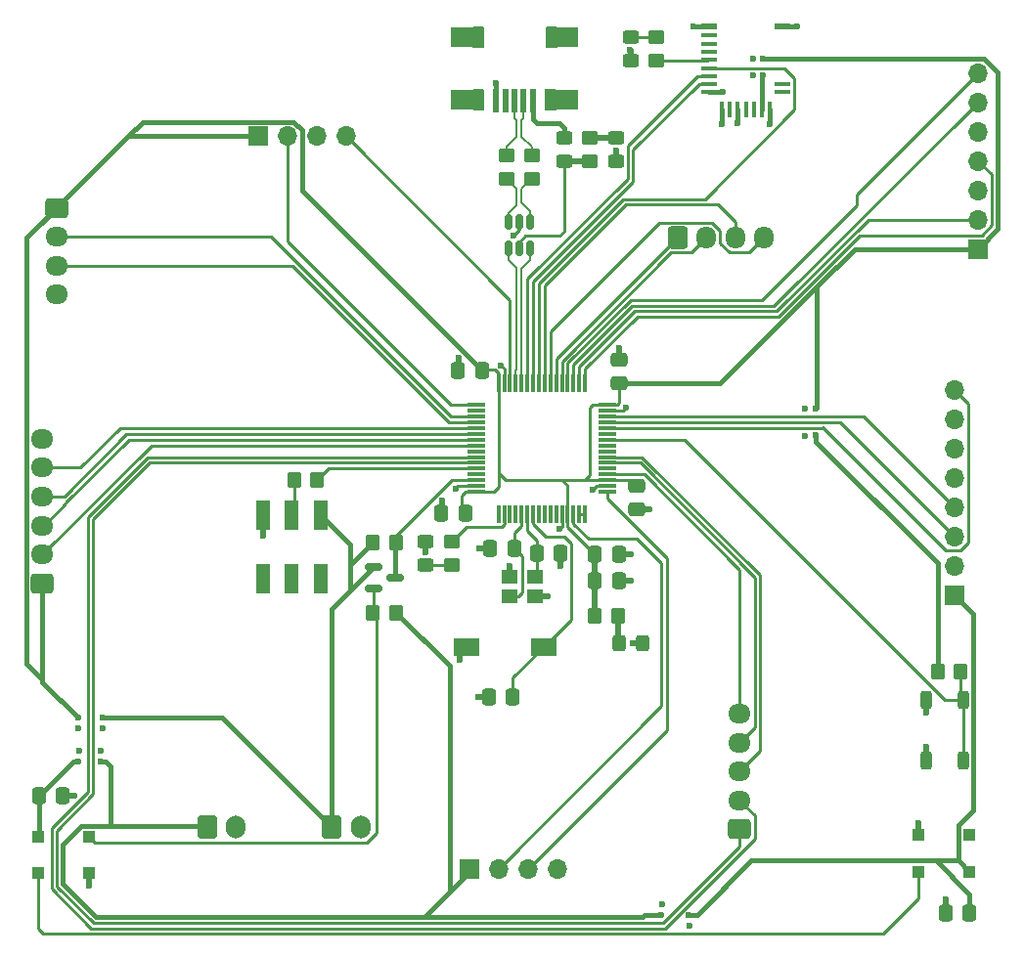
<source format=gbr>
%TF.GenerationSoftware,KiCad,Pcbnew,9.0.1*%
%TF.CreationDate,2025-05-06T13:11:29-06:00*%
%TF.ProjectId,2025_04_STM32F103_RobotBrain,32303235-5f30-4345-9f53-544d33324631,rev?*%
%TF.SameCoordinates,Original*%
%TF.FileFunction,Copper,L1,Top*%
%TF.FilePolarity,Positive*%
%FSLAX46Y46*%
G04 Gerber Fmt 4.6, Leading zero omitted, Abs format (unit mm)*
G04 Created by KiCad (PCBNEW 9.0.1) date 2025-05-06 13:11:29*
%MOMM*%
%LPD*%
G01*
G04 APERTURE LIST*
G04 Aperture macros list*
%AMRoundRect*
0 Rectangle with rounded corners*
0 $1 Rounding radius*
0 $2 $3 $4 $5 $6 $7 $8 $9 X,Y pos of 4 corners*
0 Add a 4 corners polygon primitive as box body*
4,1,4,$2,$3,$4,$5,$6,$7,$8,$9,$2,$3,0*
0 Add four circle primitives for the rounded corners*
1,1,$1+$1,$2,$3*
1,1,$1+$1,$4,$5*
1,1,$1+$1,$6,$7*
1,1,$1+$1,$8,$9*
0 Add four rect primitives between the rounded corners*
20,1,$1+$1,$2,$3,$4,$5,0*
20,1,$1+$1,$4,$5,$6,$7,0*
20,1,$1+$1,$6,$7,$8,$9,0*
20,1,$1+$1,$8,$9,$2,$3,0*%
G04 Aperture macros list end*
%TA.AperFunction,SMDPad,CuDef*%
%ADD10RoundRect,0.250000X-0.450000X0.350000X-0.450000X-0.350000X0.450000X-0.350000X0.450000X0.350000X0*%
%TD*%
%TA.AperFunction,SMDPad,CuDef*%
%ADD11RoundRect,0.075000X0.075000X-0.700000X0.075000X0.700000X-0.075000X0.700000X-0.075000X-0.700000X0*%
%TD*%
%TA.AperFunction,SMDPad,CuDef*%
%ADD12RoundRect,0.075000X0.700000X-0.075000X0.700000X0.075000X-0.700000X0.075000X-0.700000X-0.075000X0*%
%TD*%
%TA.AperFunction,SMDPad,CuDef*%
%ADD13RoundRect,0.250000X0.350000X0.450000X-0.350000X0.450000X-0.350000X-0.450000X0.350000X-0.450000X0*%
%TD*%
%TA.AperFunction,SMDPad,CuDef*%
%ADD14RoundRect,0.250000X0.450000X-0.350000X0.450000X0.350000X-0.450000X0.350000X-0.450000X-0.350000X0*%
%TD*%
%TA.AperFunction,SMDPad,CuDef*%
%ADD15RoundRect,0.250000X-0.337500X-0.475000X0.337500X-0.475000X0.337500X0.475000X-0.337500X0.475000X0*%
%TD*%
%TA.AperFunction,ComponentPad*%
%ADD16RoundRect,0.250000X-0.600000X-0.750000X0.600000X-0.750000X0.600000X0.750000X-0.600000X0.750000X0*%
%TD*%
%TA.AperFunction,ComponentPad*%
%ADD17O,1.700000X2.000000*%
%TD*%
%TA.AperFunction,ComponentPad*%
%ADD18R,1.700000X1.700000*%
%TD*%
%TA.AperFunction,ComponentPad*%
%ADD19O,1.700000X1.700000*%
%TD*%
%TA.AperFunction,ComponentPad*%
%ADD20RoundRect,0.250000X0.725000X-0.600000X0.725000X0.600000X-0.725000X0.600000X-0.725000X-0.600000X0*%
%TD*%
%TA.AperFunction,ComponentPad*%
%ADD21O,1.950000X1.700000*%
%TD*%
%TA.AperFunction,SMDPad,CuDef*%
%ADD22RoundRect,0.250000X0.450000X-0.325000X0.450000X0.325000X-0.450000X0.325000X-0.450000X-0.325000X0*%
%TD*%
%TA.AperFunction,SMDPad,CuDef*%
%ADD23RoundRect,0.150000X-0.587500X-0.150000X0.587500X-0.150000X0.587500X0.150000X-0.587500X0.150000X0*%
%TD*%
%TA.AperFunction,SMDPad,CuDef*%
%ADD24RoundRect,0.250000X-0.450000X0.325000X-0.450000X-0.325000X0.450000X-0.325000X0.450000X0.325000X0*%
%TD*%
%TA.AperFunction,SMDPad,CuDef*%
%ADD25RoundRect,0.250000X-0.350000X-0.450000X0.350000X-0.450000X0.350000X0.450000X-0.350000X0.450000X0*%
%TD*%
%TA.AperFunction,SMDPad,CuDef*%
%ADD26R,1.000000X1.000000*%
%TD*%
%TA.AperFunction,SMDPad,CuDef*%
%ADD27RoundRect,0.250000X0.337500X0.475000X-0.337500X0.475000X-0.337500X-0.475000X0.337500X-0.475000X0*%
%TD*%
%TA.AperFunction,ComponentPad*%
%ADD28RoundRect,0.250000X-0.725000X0.600000X-0.725000X-0.600000X0.725000X-0.600000X0.725000X0.600000X0*%
%TD*%
%TA.AperFunction,SMDPad,CuDef*%
%ADD29R,1.400000X0.600000*%
%TD*%
%TA.AperFunction,SMDPad,CuDef*%
%ADD30R,1.400000X0.400000*%
%TD*%
%TA.AperFunction,SMDPad,CuDef*%
%ADD31R,0.400000X1.400000*%
%TD*%
%TA.AperFunction,SMDPad,CuDef*%
%ADD32RoundRect,0.250000X-0.475000X0.337500X-0.475000X-0.337500X0.475000X-0.337500X0.475000X0.337500X0*%
%TD*%
%TA.AperFunction,SMDPad,CuDef*%
%ADD33RoundRect,0.150000X-0.150000X0.512500X-0.150000X-0.512500X0.150000X-0.512500X0.150000X0.512500X0*%
%TD*%
%TA.AperFunction,ComponentPad*%
%ADD34RoundRect,0.250000X-0.600000X-0.725000X0.600000X-0.725000X0.600000X0.725000X-0.600000X0.725000X0*%
%TD*%
%TA.AperFunction,ComponentPad*%
%ADD35O,1.700000X1.950000*%
%TD*%
%TA.AperFunction,SMDPad,CuDef*%
%ADD36R,1.400000X1.200000*%
%TD*%
%TA.AperFunction,SMDPad,CuDef*%
%ADD37R,2.300000X1.500000*%
%TD*%
%TA.AperFunction,SMDPad,CuDef*%
%ADD38RoundRect,0.250000X0.325000X0.450000X-0.325000X0.450000X-0.325000X-0.450000X0.325000X-0.450000X0*%
%TD*%
%TA.AperFunction,SMDPad,CuDef*%
%ADD39RoundRect,0.250000X0.475000X-0.337500X0.475000X0.337500X-0.475000X0.337500X-0.475000X-0.337500X0*%
%TD*%
%TA.AperFunction,SMDPad,CuDef*%
%ADD40RoundRect,0.250000X-0.250000X0.525000X-0.250000X-0.525000X0.250000X-0.525000X0.250000X0.525000X0*%
%TD*%
%TA.AperFunction,SMDPad,CuDef*%
%ADD41R,1.200000X2.500000*%
%TD*%
%TA.AperFunction,SMDPad,CuDef*%
%ADD42R,0.500000X2.000000*%
%TD*%
%TA.AperFunction,SMDPad,CuDef*%
%ADD43R,2.000000X1.700000*%
%TD*%
%TA.AperFunction,ViaPad*%
%ADD44C,0.600000*%
%TD*%
%TA.AperFunction,Conductor*%
%ADD45C,0.381000*%
%TD*%
%TA.AperFunction,Conductor*%
%ADD46C,0.254000*%
%TD*%
%TA.AperFunction,Conductor*%
%ADD47C,0.508000*%
%TD*%
%TA.AperFunction,Conductor*%
%ADD48C,0.200000*%
%TD*%
G04 APERTURE END LIST*
D10*
%TO.P,R2,1*%
%TO.N,/D+*%
X137680000Y-41715000D03*
%TO.P,R2,2*%
%TO.N,/USB_CONN_D+*%
X137680000Y-43715000D03*
%TD*%
D11*
%TO.P,U1,1,VBAT*%
%TO.N,unconnected-(U1-VBAT-Pad1)*%
X136990000Y-72760000D03*
%TO.P,U1,2,PC13*%
%TO.N,/USER_LED*%
X137490000Y-72760000D03*
%TO.P,U1,3,PC14*%
%TO.N,unconnected-(U1-PC14-Pad3)*%
X137990000Y-72760000D03*
%TO.P,U1,4,PC15*%
%TO.N,unconnected-(U1-PC15-Pad4)*%
X138490000Y-72760000D03*
%TO.P,U1,5,RCC_OSC_IN*%
%TO.N,/OSC_IN*%
X138990000Y-72760000D03*
%TO.P,U1,6,RCC_OSC_OUT*%
%TO.N,/OSC_OUT*%
X139490000Y-72760000D03*
%TO.P,U1,7,NRST*%
%TO.N,/RESET*%
X139990000Y-72760000D03*
%TO.P,U1,8,PC0*%
%TO.N,unconnected-(U1-PC0-Pad8)*%
X140490000Y-72760000D03*
%TO.P,U1,9,PC1*%
%TO.N,unconnected-(U1-PC1-Pad9)*%
X140990000Y-72760000D03*
%TO.P,U1,10,PC2*%
%TO.N,unconnected-(U1-PC2-Pad10)*%
X141490000Y-72760000D03*
%TO.P,U1,11,PC3*%
%TO.N,unconnected-(U1-PC3-Pad11)*%
X141990000Y-72760000D03*
%TO.P,U1,12,VSSA*%
%TO.N,GND*%
X142490000Y-72760000D03*
%TO.P,U1,13,VDDA*%
%TO.N,+3V3*%
X142990000Y-72760000D03*
%TO.P,U1,14,PA0*%
%TO.N,/ULTRA_TRIG*%
X143490000Y-72760000D03*
%TO.P,U1,15,PA1*%
%TO.N,Net-(U1-PA1)*%
X143990000Y-72760000D03*
%TO.P,U1,16,PA2*%
X144490000Y-72760000D03*
D12*
%TO.P,U1,17,PA3*%
%TO.N,/ULTRA_ECHO*%
X146415000Y-70835000D03*
%TO.P,U1,18,VSS*%
%TO.N,GND*%
X146415000Y-70335000D03*
%TO.P,U1,19,VDD*%
%TO.N,+3V3*%
X146415000Y-69835000D03*
%TO.P,U1,20,PA4*%
%TO.N,/PWR_ADC*%
X146415000Y-69335000D03*
%TO.P,U1,21,PA5*%
%TO.N,unconnected-(U1-PA5-Pad21)*%
X146415000Y-68835000D03*
%TO.P,U1,22,PA6*%
%TO.N,/E1B*%
X146415000Y-68335000D03*
%TO.P,U1,23,PA7*%
%TO.N,/E1A*%
X146415000Y-67835000D03*
%TO.P,U1,24,PC4*%
%TO.N,unconnected-(U1-PC4-Pad24)*%
X146415000Y-67335000D03*
%TO.P,U1,25,PC5*%
%TO.N,unconnected-(U1-PC5-Pad25)*%
X146415000Y-66835000D03*
%TO.P,U1,26,PB0*%
%TO.N,/uBUTTON*%
X146415000Y-66335000D03*
%TO.P,U1,27,PB1*%
%TO.N,unconnected-(U1-PB1-Pad27)*%
X146415000Y-65835000D03*
%TO.P,U1,28,PB2*%
%TO.N,/IMU_INT*%
X146415000Y-65335000D03*
%TO.P,U1,29,PB10*%
%TO.N,/IMU_I2C_SCL*%
X146415000Y-64835000D03*
%TO.P,U1,30,PB11*%
%TO.N,/IMU_I2C_SDA*%
X146415000Y-64335000D03*
%TO.P,U1,31,VSS*%
%TO.N,GND*%
X146415000Y-63835000D03*
%TO.P,U1,32,VDD*%
%TO.N,+3V3*%
X146415000Y-63335000D03*
D11*
%TO.P,U1,33,PB12*%
%TO.N,/PS2_CS*%
X144490000Y-61410000D03*
%TO.P,U1,34,PB13*%
%TO.N,/PS2_SCK*%
X143990000Y-61410000D03*
%TO.P,U1,35,PB14*%
%TO.N,/PS2_MISO*%
X143490000Y-61410000D03*
%TO.P,U1,36,PB15*%
%TO.N,/PS2_MOSI*%
X142990000Y-61410000D03*
%TO.P,U1,37,PC6*%
%TO.N,/AN1*%
X142490000Y-61410000D03*
%TO.P,U1,38,PC7*%
%TO.N,/AN2*%
X141990000Y-61410000D03*
%TO.P,U1,39,PC8*%
%TO.N,/BN1*%
X141490000Y-61410000D03*
%TO.P,U1,40,PC9*%
%TO.N,/BN2*%
X140990000Y-61410000D03*
%TO.P,U1,41,PA8*%
%TO.N,/BL_WAKEUP*%
X140490000Y-61410000D03*
%TO.P,U1,42,PA9*%
%TO.N,/BL_RX*%
X139990000Y-61410000D03*
%TO.P,U1,43,PA10*%
%TO.N,/BL_TX*%
X139490000Y-61410000D03*
%TO.P,U1,44,USB_DM*%
%TO.N,/USB_D-*%
X138990000Y-61410000D03*
%TO.P,U1,45,USB_DP*%
%TO.N,/USB_D+*%
X138490000Y-61410000D03*
%TO.P,U1,46,SYS_JTMS-SWDIO*%
%TO.N,/SWDIO*%
X137990000Y-61410000D03*
%TO.P,U1,47,VSS*%
%TO.N,GND*%
X137490000Y-61410000D03*
%TO.P,U1,48,VDD*%
%TO.N,+3V3*%
X136990000Y-61410000D03*
D12*
%TO.P,U1,49,SYS_JTCK-SWCLK*%
%TO.N,/SWCLK*%
X135065000Y-63335000D03*
%TO.P,U1,50,PA15*%
%TO.N,unconnected-(U1-PA15-Pad50)*%
X135065000Y-63835000D03*
%TO.P,U1,51,PC10*%
%TO.N,/USER_TX*%
X135065000Y-64335000D03*
%TO.P,U1,52,PC11*%
%TO.N,/USER_RX*%
X135065000Y-64835000D03*
%TO.P,U1,53,PC12*%
%TO.N,/X4*%
X135065000Y-65335000D03*
%TO.P,U1,54,PD2*%
%TO.N,/X3*%
X135065000Y-65835000D03*
%TO.P,U1,55,PB3*%
%TO.N,/X2*%
X135065000Y-66335000D03*
%TO.P,U1,56,PB4*%
%TO.N,/X1*%
X135065000Y-66835000D03*
%TO.P,U1,57,PB5*%
%TO.N,unconnected-(U1-PB5-Pad57)*%
X135065000Y-67335000D03*
%TO.P,U1,58,PB6*%
%TO.N,/E2B*%
X135065000Y-67835000D03*
%TO.P,U1,59,PB7*%
%TO.N,/E2A*%
X135065000Y-68335000D03*
%TO.P,U1,60,BOOT0*%
%TO.N,/BOOT*%
X135065000Y-68835000D03*
%TO.P,U1,61,PB8*%
%TO.N,unconnected-(U1-PB8-Pad61)*%
X135065000Y-69335000D03*
%TO.P,U1,62,PB9*%
%TO.N,/RGB_DIN*%
X135065000Y-69835000D03*
%TO.P,U1,63,VSS*%
%TO.N,GND*%
X135065000Y-70335000D03*
%TO.P,U1,64,VDD*%
%TO.N,+3V3*%
X135065000Y-70835000D03*
%TD*%
D13*
%TO.P,R9,1*%
%TO.N,+5V*%
X128117500Y-81300000D03*
%TO.P,R9,2*%
%TO.N,Net-(LED1-DIN)*%
X126117500Y-81300000D03*
%TD*%
D14*
%TO.P,R3,1*%
%TO.N,/USB_CONN_D-*%
X139860000Y-43735000D03*
%TO.P,R3,2*%
%TO.N,/D-*%
X139860000Y-41735000D03*
%TD*%
D15*
%TO.P,C12,1*%
%TO.N,+5V*%
X97200000Y-97150000D03*
%TO.P,C12,2*%
%TO.N,GND*%
X99275000Y-97150000D03*
%TD*%
D16*
%TO.P,J6,1,Pin_1*%
%TO.N,+3V3*%
X122580000Y-99900000D03*
D17*
%TO.P,J6,2,Pin_2*%
%TO.N,GND*%
X125080000Y-99900000D03*
%TD*%
D18*
%TO.P,J9,1,Pin_1*%
%TO.N,+3V3*%
X178500000Y-49800000D03*
D19*
%TO.P,J9,2,Pin_2*%
%TO.N,/PS2_SCK*%
X178500000Y-47260000D03*
%TO.P,J9,3,Pin_3*%
%TO.N,unconnected-(J9-Pin_3-Pad3)*%
X178500000Y-44720000D03*
%TO.P,J9,4,Pin_4*%
%TO.N,/PS2_CS*%
X178500000Y-42180000D03*
%TO.P,J9,5,Pin_5*%
%TO.N,GND*%
X178500000Y-39640000D03*
%TO.P,J9,6,Pin_6*%
%TO.N,/PS2_MISO*%
X178500000Y-37100000D03*
%TO.P,J9,7,Pin_7*%
%TO.N,/PS2_MOSI*%
X178500000Y-34560000D03*
%TD*%
D20*
%TO.P,J8,1,Pin_1*%
%TO.N,/E2A*%
X157890000Y-100070000D03*
D21*
%TO.P,J8,2,Pin_2*%
%TO.N,/E2B*%
X157890000Y-97570000D03*
%TO.P,J8,3,Pin_3*%
%TO.N,/E1A*%
X157890000Y-95070000D03*
%TO.P,J8,4,Pin_4*%
%TO.N,/E1B*%
X157890000Y-92570000D03*
%TO.P,J8,5,Pin_5*%
%TO.N,/PWR_ADC*%
X157890000Y-90070000D03*
%TD*%
D18*
%TO.P,J2,1,Pin_1*%
%TO.N,+5V*%
X176465000Y-79835000D03*
D19*
%TO.P,J2,2,Pin_2*%
%TO.N,GND*%
X176465000Y-77295000D03*
%TO.P,J2,3,Pin_3*%
%TO.N,/IMU_I2C_SCL*%
X176465000Y-74755000D03*
%TO.P,J2,4,Pin_4*%
%TO.N,/IMU_I2C_SDA*%
X176465000Y-72215000D03*
%TO.P,J2,5,Pin_5*%
%TO.N,unconnected-(J2-Pin_5-Pad5)*%
X176465000Y-69675000D03*
%TO.P,J2,6,Pin_6*%
%TO.N,unconnected-(J2-Pin_6-Pad6)*%
X176465000Y-67135000D03*
%TO.P,J2,7,Pin_7*%
%TO.N,unconnected-(J2-Pin_7-Pad7)*%
X176465000Y-64595000D03*
%TO.P,J2,8,Pin_8*%
%TO.N,/IMU_INT*%
X176465000Y-62055000D03*
%TD*%
D22*
%TO.P,D4,1,K*%
%TO.N,GND*%
X148410000Y-33500000D03*
%TO.P,D4,2,A*%
%TO.N,Net-(D4-A)*%
X148410000Y-31450000D03*
%TD*%
D23*
%TO.P,Q1,1,G*%
%TO.N,+3V3*%
X126210000Y-77360000D03*
%TO.P,Q1,2,S*%
%TO.N,Net-(LED1-DIN)*%
X126210000Y-79260000D03*
%TO.P,Q1,3,D*%
%TO.N,/RGB_DIN*%
X128085000Y-78310000D03*
%TD*%
D24*
%TO.P,D3,1,K*%
%TO.N,GND*%
X130690000Y-75155000D03*
%TO.P,D3,2,A*%
%TO.N,Net-(D3-A)*%
X130690000Y-77205000D03*
%TD*%
D25*
%TO.P,R5,1*%
%TO.N,+3V3*%
X145347500Y-81570000D03*
%TO.P,R5,2*%
%TO.N,Net-(D2-A)*%
X147347500Y-81570000D03*
%TD*%
D26*
%TO.P,LED1,1,VDD*%
%TO.N,+5V*%
X97150000Y-100700000D03*
%TO.P,LED1,2,DOUT*%
%TO.N,Net-(LED1-DOUT)*%
X97150000Y-103900000D03*
%TO.P,LED1,3,VSS*%
%TO.N,GND*%
X101550000Y-103900000D03*
%TO.P,LED1,4,DIN*%
%TO.N,Net-(LED1-DIN)*%
X101550000Y-100700000D03*
%TD*%
D24*
%TO.P,F1,1*%
%TO.N,Net-(J1-VBUS)*%
X142670000Y-40210000D03*
%TO.P,F1,2*%
%TO.N,Vusb*%
X142670000Y-42260000D03*
%TD*%
D27*
%TO.P,C9,1*%
%TO.N,/OSC_IN*%
X138337500Y-75730000D03*
%TO.P,C9,2*%
%TO.N,GND*%
X136262500Y-75730000D03*
%TD*%
D13*
%TO.P,R10,1*%
%TO.N,/RGB_DIN*%
X128117500Y-75210000D03*
%TO.P,R10,2*%
%TO.N,+3V3*%
X126117500Y-75210000D03*
%TD*%
D18*
%TO.P,J4,1,Pin_1*%
%TO.N,+3V3*%
X116160000Y-40040000D03*
D19*
%TO.P,J4,2,Pin_2*%
%TO.N,/SWCLK*%
X118700000Y-40040000D03*
%TO.P,J4,3,Pin_3*%
%TO.N,GND*%
X121240000Y-40040000D03*
%TO.P,J4,4,Pin_4*%
%TO.N,/SWDIO*%
X123780000Y-40040000D03*
%TD*%
D25*
%TO.P,R8,1*%
%TO.N,+3V3*%
X175000000Y-86410000D03*
%TO.P,R8,2*%
%TO.N,/uBUTTON*%
X177000000Y-86410000D03*
%TD*%
D28*
%TO.P,J11,1,Pin_1*%
%TO.N,+3V3*%
X98720000Y-46270000D03*
D21*
%TO.P,J11,2,Pin_2*%
%TO.N,/USER_TX*%
X98720000Y-48770000D03*
%TO.P,J11,3,Pin_3*%
%TO.N,/USER_RX*%
X98720000Y-51270000D03*
%TO.P,J11,4,Pin_4*%
%TO.N,GND*%
X98720000Y-53770000D03*
%TD*%
D29*
%TO.P,MDBT42T-AT1,1,GND@1*%
%TO.N,GND*%
X155200000Y-30540000D03*
D30*
%TO.P,MDBT42T-AT1,2,NC@2*%
%TO.N,unconnected-(MDBT42T-AT1-NC@2-Pad2)*%
X155200000Y-31340000D03*
%TO.P,MDBT42T-AT1,3,NC@3*%
%TO.N,unconnected-(MDBT42T-AT1-NC@3-Pad3)*%
X155200000Y-32040000D03*
%TO.P,MDBT42T-AT1,4,RESET*%
%TO.N,unconnected-(MDBT42T-AT1-RESET-Pad4)*%
X155200000Y-32740000D03*
%TO.P,MDBT42T-AT1,5,INDICATOR*%
%TO.N,Net-(MDBT42T-AT1-INDICATOR)*%
X155200000Y-33440000D03*
%TO.P,MDBT42T-AT1,6,WAKEUP*%
%TO.N,/BL_WAKEUP*%
X155200000Y-34140000D03*
%TO.P,MDBT42T-AT1,7,TX*%
%TO.N,/BL_TX*%
X155200000Y-34840000D03*
%TO.P,MDBT42T-AT1,8,RX*%
%TO.N,/BL_RX*%
X155200000Y-35540000D03*
%TO.P,MDBT42T-AT1,9,UART_PD*%
%TO.N,GND*%
X155200000Y-36240000D03*
D31*
%TO.P,MDBT42T-AT1,10,GND@10*%
X156300000Y-37740000D03*
%TO.P,MDBT42T-AT1,11,ADC*%
%TO.N,unconnected-(MDBT42T-AT1-ADC-Pad11)*%
X157000000Y-37740000D03*
%TO.P,MDBT42T-AT1,12,FLASH_DEFAULT*%
%TO.N,GND*%
X157700000Y-37740000D03*
%TO.P,MDBT42T-AT1,13,RTS/XL2*%
%TO.N,unconnected-(MDBT42T-AT1-RTS{slash}XL2-Pad13)*%
X158400000Y-37740000D03*
%TO.P,MDBT42T-AT1,14,CTS/XL1*%
%TO.N,unconnected-(MDBT42T-AT1-CTS{slash}XL1-Pad14)*%
X159100000Y-37740000D03*
%TO.P,MDBT42T-AT1,15,VDD*%
%TO.N,+3V3*%
X159800000Y-37740000D03*
%TO.P,MDBT42T-AT1,16,GND@16*%
%TO.N,GND*%
X160500000Y-37740000D03*
D30*
%TO.P,MDBT42T-AT1,17,DCC*%
%TO.N,unconnected-(MDBT42T-AT1-DCC-Pad17)*%
X161600000Y-36240000D03*
%TO.P,MDBT42T-AT1,18,DEC4*%
%TO.N,unconnected-(MDBT42T-AT1-DEC4-Pad18)*%
X161600000Y-35540000D03*
D29*
%TO.P,MDBT42T-AT1,19,GND@19*%
%TO.N,GND*%
X161600000Y-30540000D03*
%TD*%
D27*
%TO.P,C2,1*%
%TO.N,+3V3*%
X135577500Y-60340000D03*
%TO.P,C2,2*%
%TO.N,GND*%
X133502500Y-60340000D03*
%TD*%
D10*
%TO.P,R6,1*%
%TO.N,/USER_LED*%
X132960000Y-75150000D03*
%TO.P,R6,2*%
%TO.N,Net-(D3-A)*%
X132960000Y-77150000D03*
%TD*%
D14*
%TO.P,R7,1*%
%TO.N,Net-(MDBT42T-AT1-INDICATOR)*%
X150640000Y-33475000D03*
%TO.P,R7,2*%
%TO.N,Net-(D4-A)*%
X150640000Y-31475000D03*
%TD*%
D32*
%TO.P,C4,1*%
%TO.N,+3V3*%
X148960000Y-70302500D03*
%TO.P,C4,2*%
%TO.N,GND*%
X148960000Y-72377500D03*
%TD*%
D33*
%TO.P,U2,1,I/O1*%
%TO.N,/USB_CONN_D-*%
X139730000Y-47510000D03*
%TO.P,U2,2,GND*%
%TO.N,GND*%
X138780000Y-47510000D03*
%TO.P,U2,3,I/O2*%
%TO.N,/USB_CONN_D+*%
X137830000Y-47510000D03*
%TO.P,U2,4,I/O2*%
%TO.N,/USB_D+*%
X137830000Y-49785000D03*
%TO.P,U2,5,VBUS*%
%TO.N,Vusb*%
X138780000Y-49785000D03*
%TO.P,U2,6,I/O1*%
%TO.N,/USB_D-*%
X139730000Y-49785000D03*
%TD*%
D15*
%TO.P,C5,1*%
%TO.N,+3V3*%
X145352500Y-76290000D03*
%TO.P,C5,2*%
%TO.N,GND*%
X147427500Y-76290000D03*
%TD*%
D18*
%TO.P,J3,1,Pin_1*%
%TO.N,+5V*%
X134460000Y-103485000D03*
D19*
%TO.P,J3,2,Pin_2*%
%TO.N,/ULTRA_TRIG*%
X137000000Y-103485000D03*
%TO.P,J3,3,Pin_3*%
%TO.N,/ULTRA_ECHO*%
X139540000Y-103485000D03*
%TO.P,J3,4,Pin_4*%
%TO.N,GND*%
X142080000Y-103485000D03*
%TD*%
D34*
%TO.P,J7,1,Pin_1*%
%TO.N,/AN2*%
X152500000Y-48825000D03*
D35*
%TO.P,J7,2,Pin_2*%
%TO.N,/AN1*%
X155000000Y-48825000D03*
%TO.P,J7,3,Pin_3*%
%TO.N,/BN2*%
X157500000Y-48825000D03*
%TO.P,J7,4,Pin_4*%
%TO.N,/BN1*%
X160000000Y-48825000D03*
%TD*%
D36*
%TO.P,Y2,1,1*%
%TO.N,/OSC_IN*%
X137952500Y-79920000D03*
%TO.P,Y2,2,2*%
%TO.N,GND*%
X140152500Y-79920000D03*
%TO.P,Y2,3,3*%
%TO.N,/OSC_OUT*%
X140152500Y-78220000D03*
%TO.P,Y2,4,4*%
%TO.N,GND*%
X137952500Y-78220000D03*
%TD*%
D37*
%TO.P,SW1,1,A*%
%TO.N,GND*%
X134220000Y-84280000D03*
%TO.P,SW1,2,B*%
%TO.N,/RESET*%
X140920000Y-84280000D03*
%TD*%
D15*
%TO.P,C6,1*%
%TO.N,+3V3*%
X145352500Y-78580000D03*
%TO.P,C6,2*%
%TO.N,GND*%
X147427500Y-78580000D03*
%TD*%
D16*
%TO.P,J5,1,Pin_1*%
%TO.N,+5V*%
X111750000Y-99875000D03*
D17*
%TO.P,J5,2,Pin_2*%
%TO.N,GND*%
X114250000Y-99875000D03*
%TD*%
D38*
%TO.P,D2,1,K*%
%TO.N,GND*%
X149492500Y-83950000D03*
%TO.P,D2,2,A*%
%TO.N,Net-(D2-A)*%
X147442500Y-83950000D03*
%TD*%
D27*
%TO.P,C1,1*%
%TO.N,+3V3*%
X134137500Y-72690000D03*
%TO.P,C1,2*%
%TO.N,GND*%
X132062500Y-72690000D03*
%TD*%
D26*
%TO.P,LED2,1,VDD*%
%TO.N,+5V*%
X177760000Y-103740000D03*
%TO.P,LED2,2,DOUT*%
%TO.N,unconnected-(LED2-DOUT-Pad2)*%
X177760000Y-100540000D03*
%TO.P,LED2,3,VSS*%
%TO.N,GND*%
X173360000Y-100540000D03*
%TO.P,LED2,4,DIN*%
%TO.N,Net-(LED1-DOUT)*%
X173360000Y-103740000D03*
%TD*%
D15*
%TO.P,C8,1*%
%TO.N,/OSC_OUT*%
X140312500Y-76140000D03*
%TO.P,C8,2*%
%TO.N,GND*%
X142387500Y-76140000D03*
%TD*%
D13*
%TO.P,R1,1*%
%TO.N,/BOOT*%
X121300000Y-69810000D03*
%TO.P,R1,2*%
%TO.N,Net-(R1-Pad2)*%
X119300000Y-69810000D03*
%TD*%
D20*
%TO.P,J10,1,Pin_1*%
%TO.N,+3V3*%
X97510000Y-78760000D03*
D21*
%TO.P,J10,2,Pin_2*%
%TO.N,/X1*%
X97510000Y-76260000D03*
%TO.P,J10,3,Pin_3*%
%TO.N,/X2*%
X97510000Y-73760000D03*
%TO.P,J10,4,Pin_4*%
%TO.N,/X3*%
X97510000Y-71260000D03*
%TO.P,J10,5,Pin_5*%
%TO.N,/X4*%
X97510000Y-68760000D03*
%TO.P,J10,6,Pin_6*%
%TO.N,GND*%
X97510000Y-66260000D03*
%TD*%
D39*
%TO.P,C3,1*%
%TO.N,+3V3*%
X147470000Y-61457500D03*
%TO.P,C3,2*%
%TO.N,GND*%
X147470000Y-59382500D03*
%TD*%
D40*
%TO.P,SW2,1,A*%
%TO.N,/uBUTTON*%
X177200000Y-88835000D03*
X177200000Y-94085000D03*
%TO.P,SW2,2,B*%
%TO.N,GND*%
X174000000Y-88835000D03*
X174000000Y-94085000D03*
%TD*%
D22*
%TO.P,D1,1,K*%
%TO.N,GND*%
X147160000Y-42210000D03*
%TO.P,D1,2,A*%
%TO.N,Net-(D1-A)*%
X147160000Y-40160000D03*
%TD*%
D41*
%TO.P,S1,1*%
%TO.N,+3V3*%
X121610000Y-72880000D03*
%TO.P,S1,2*%
%TO.N,Net-(R1-Pad2)*%
X119110000Y-72880000D03*
%TO.P,S1,3*%
%TO.N,GND*%
X116610000Y-72880000D03*
%TO.P,S1,4*%
%TO.N,unconnected-(S1-Pad4)*%
X121610000Y-78380000D03*
%TO.P,S1,5*%
%TO.N,unconnected-(S1-Pad5)*%
X119110000Y-78380000D03*
%TO.P,S1,6*%
%TO.N,unconnected-(S1-Pad6)*%
X116610000Y-78380000D03*
%TD*%
D27*
%TO.P,C11,1*%
%TO.N,+5V*%
X177747500Y-107320000D03*
%TO.P,C11,2*%
%TO.N,GND*%
X175672500Y-107320000D03*
%TD*%
D42*
%TO.P,J1,1,VBUS*%
%TO.N,Net-(J1-VBUS)*%
X139980000Y-37000000D03*
%TO.P,J1,2,D-*%
%TO.N,/D-*%
X139180000Y-37000000D03*
%TO.P,J1,3,D+*%
%TO.N,/D+*%
X138380000Y-37000000D03*
%TO.P,J1,4,ID*%
%TO.N,unconnected-(J1-ID-Pad4)*%
X137580000Y-37000000D03*
%TO.P,J1,5,GND*%
%TO.N,GND*%
X136780000Y-37000000D03*
D43*
%TO.P,J1,6,Shield*%
X142830000Y-36900000D03*
X142830000Y-31450000D03*
X133930000Y-36900000D03*
X133930000Y-31450000D03*
%TD*%
D27*
%TO.P,C7,1*%
%TO.N,/RESET*%
X138247500Y-88630000D03*
%TO.P,C7,2*%
%TO.N,GND*%
X136172500Y-88630000D03*
%TD*%
D14*
%TO.P,R4,1*%
%TO.N,Vusb*%
X144880000Y-42215000D03*
%TO.P,R4,2*%
%TO.N,Net-(D1-A)*%
X144880000Y-40215000D03*
%TD*%
D44*
%TO.N,GND*%
X102700000Y-91300001D03*
X100600000Y-91300001D03*
X100700000Y-93300001D03*
X102550000Y-93300001D03*
X153500000Y-108400001D03*
X151150000Y-106600001D03*
X163550000Y-66050001D03*
X163550000Y-63600001D03*
X159049997Y-34767000D03*
X159049997Y-33300001D03*
%TO.N,+3V3*%
X159850000Y-34767000D03*
X159850000Y-33300001D03*
X164450000Y-65962000D03*
X102700000Y-90400000D03*
X100600000Y-90400000D03*
X164450000Y-63600000D03*
%TO.N,GND*%
X135300000Y-31060000D03*
X135310000Y-31970000D03*
X138320000Y-48630000D03*
X101550000Y-104940000D03*
X136780000Y-35480000D03*
X137200000Y-59890000D03*
X135310000Y-36460000D03*
X100250000Y-97140000D03*
X148430000Y-76280000D03*
X133260000Y-70570000D03*
X160490000Y-38990000D03*
X156300000Y-38970000D03*
X135310000Y-75730000D03*
X141240000Y-79920000D03*
X116610000Y-74610000D03*
X162820000Y-30550000D03*
X150070000Y-72380000D03*
X174000000Y-92900000D03*
X132070000Y-71580000D03*
X133640000Y-85390000D03*
X141410000Y-36420000D03*
X145110000Y-70690000D03*
X173350000Y-99580000D03*
X153880000Y-30560000D03*
X148580000Y-83950000D03*
X135220000Y-88640000D03*
X141420000Y-37150000D03*
X141430000Y-31900000D03*
X141430000Y-31090000D03*
X157700000Y-38950000D03*
X175680000Y-106180000D03*
X148460000Y-78570000D03*
X137960000Y-77270000D03*
X148070000Y-63560000D03*
X148400000Y-32585000D03*
X156420000Y-36240000D03*
X130690000Y-76070000D03*
X133510000Y-59260000D03*
X142390000Y-77290000D03*
X173990000Y-90010000D03*
X142300000Y-74080000D03*
X147470000Y-58420000D03*
X135310000Y-37250000D03*
X147170000Y-41280000D03*
%TO.N,+5V*%
X100650000Y-94200000D03*
X102532000Y-94200000D03*
X151097081Y-107482081D03*
X153473027Y-107523027D03*
%TD*%
D45*
%TO.N,+3V3*%
X159800000Y-37740000D02*
X159800000Y-34817000D01*
X159800000Y-34817000D02*
X159850000Y-34767000D01*
X159868499Y-33318500D02*
X159850000Y-33300001D01*
X162138500Y-33318500D02*
X159868499Y-33318500D01*
D46*
%TO.N,/BL_WAKEUP*%
X155200000Y-34140000D02*
X161756000Y-34140000D01*
X162628000Y-35012000D02*
X162628000Y-37740127D01*
X161756000Y-34140000D02*
X162628000Y-35012000D01*
X162628000Y-37740127D02*
X154879659Y-45488468D01*
X147805000Y-45488468D02*
X140490000Y-52803468D01*
X154879659Y-45488468D02*
X147805000Y-45488468D01*
%TO.N,/BN1*%
X150928000Y-47522000D02*
X141575000Y-56875000D01*
X141490000Y-61410000D02*
X141490000Y-56960000D01*
X141490000Y-56960000D02*
X141575000Y-56875000D01*
X156178000Y-49328000D02*
X156178000Y-48212056D01*
X155487944Y-47522000D02*
X150928000Y-47522000D01*
X156178000Y-48212056D02*
X155487944Y-47522000D01*
X156978000Y-50128000D02*
X156178000Y-49328000D01*
X158697000Y-50128000D02*
X156978000Y-50128000D01*
X160000000Y-48825000D02*
X158697000Y-50128000D01*
%TO.N,/BN2*%
X157500000Y-48825000D02*
X157500000Y-47450000D01*
X147993468Y-45943468D02*
X140990000Y-52946936D01*
X140990000Y-52946936D02*
X140990000Y-61410000D01*
X157500000Y-47450000D02*
X155993468Y-45943468D01*
X155993468Y-45943468D02*
X147993468Y-45943468D01*
%TO.N,/PS2_SCK*%
X161037237Y-55206230D02*
X148752174Y-55206230D01*
X143990000Y-59968404D02*
X143990000Y-61410000D01*
X178500000Y-47260000D02*
X168983468Y-47260000D01*
X148752174Y-55206230D02*
X143990000Y-59968404D01*
X168983468Y-47260000D02*
X161037237Y-55206230D01*
%TO.N,/PS2_MISO*%
X160848770Y-54751230D02*
X148563706Y-54751230D01*
X143490000Y-59840000D02*
X143490000Y-61410000D01*
X143482468Y-59832468D02*
X143490000Y-59840000D01*
X178500000Y-37100000D02*
X160848770Y-54751230D01*
X148563706Y-54751230D02*
X143482468Y-59832468D01*
%TO.N,/PS2_CS*%
X168268468Y-48618468D02*
X161225704Y-55661230D01*
X179678000Y-47747944D02*
X178807476Y-48618468D01*
X149025936Y-55661230D02*
X144490000Y-60197166D01*
X178807476Y-48618468D02*
X168268468Y-48618468D01*
X144490000Y-60197166D02*
X144490000Y-61410000D01*
X179678000Y-43358000D02*
X179678000Y-47747944D01*
X178500000Y-42180000D02*
X179678000Y-43358000D01*
X161225704Y-55661230D02*
X149025936Y-55661230D01*
%TO.N,/PS2_MOSI*%
X167978000Y-45082000D02*
X167978000Y-46027895D01*
X142990000Y-59681468D02*
X142990000Y-61410000D01*
X148449734Y-54221734D02*
X142990000Y-59681468D01*
X159784161Y-54221734D02*
X148449734Y-54221734D01*
X167978000Y-46027895D02*
X159784161Y-54221734D01*
X178500000Y-34560000D02*
X167978000Y-45082000D01*
%TO.N,Net-(U1-PA1)*%
X143990000Y-72760000D02*
X144490000Y-72760000D01*
%TO.N,/X4*%
X104237000Y-65313000D02*
X100790000Y-68760000D01*
X100790000Y-68760000D02*
X97510000Y-68760000D01*
X135350000Y-65313000D02*
X104237000Y-65313000D01*
%TO.N,/X3*%
X97510000Y-71260000D02*
X99390000Y-71260000D01*
X99390000Y-71260000D02*
X104800000Y-65850000D01*
X104800000Y-65850000D02*
X135050000Y-65850000D01*
%TO.N,/X1*%
X97510000Y-76260000D02*
X106935000Y-66835000D01*
X106935000Y-66835000D02*
X135065000Y-66835000D01*
%TO.N,/X2*%
X99500000Y-71895000D02*
X99500000Y-71793468D01*
X99500000Y-71793468D02*
X104980468Y-66313000D01*
X97635000Y-73760000D02*
X99500000Y-71895000D01*
X104980468Y-66313000D02*
X134900000Y-66313000D01*
%TO.N,/USER_TX*%
X98720000Y-48770000D02*
X117320000Y-48770000D01*
X117320000Y-48770000D02*
X132885000Y-64335000D01*
X132885000Y-64335000D02*
X135065000Y-64335000D01*
%TO.N,/USER_RX*%
X119170000Y-51270000D02*
X98720000Y-51270000D01*
X135065000Y-64835000D02*
X132735000Y-64835000D01*
X132735000Y-64835000D02*
X119170000Y-51270000D01*
%TO.N,/RESET*%
X143303000Y-81897000D02*
X143303000Y-75353000D01*
X142658000Y-74708000D02*
X141090992Y-74708000D01*
X141090992Y-74708000D02*
X139990000Y-73607008D01*
X143303000Y-75353000D02*
X142658000Y-74708000D01*
X138247500Y-88630000D02*
X138247500Y-86952500D01*
X138247500Y-86952500D02*
X140920000Y-84280000D01*
X140920000Y-84280000D02*
X143303000Y-81897000D01*
X139990000Y-73607008D02*
X139990000Y-72760000D01*
%TO.N,+3V3*%
X147295000Y-63335000D02*
X147470000Y-63160000D01*
D45*
X104950000Y-40040000D02*
X106191500Y-38798500D01*
D46*
X133780000Y-71210000D02*
X133780000Y-72332500D01*
D45*
X156162704Y-61457500D02*
X147470000Y-61457500D01*
X119998500Y-39525753D02*
X119998500Y-44761000D01*
X164450000Y-65962000D02*
X164450000Y-66500000D01*
X175000000Y-77050000D02*
X175000000Y-86410000D01*
D47*
X145352500Y-78580000D02*
X145352500Y-76290000D01*
D46*
X148492500Y-69835000D02*
X148960000Y-70302500D01*
D45*
X122580000Y-80990000D02*
X126210000Y-77360000D01*
D46*
X147470000Y-63160000D02*
X147470000Y-61457500D01*
X142990000Y-72760000D02*
X142990000Y-70305000D01*
D45*
X124150000Y-75420000D02*
X121610000Y-72880000D01*
X113080000Y-90400000D02*
X102700000Y-90400000D01*
X180200000Y-48100000D02*
X180200000Y-34504253D01*
D46*
X142990000Y-70305000D02*
X142520000Y-69835000D01*
D45*
X97510000Y-87100000D02*
X96143500Y-85733500D01*
X179014247Y-33318500D02*
X162138500Y-33318500D01*
X180200000Y-34504253D02*
X179014247Y-33318500D01*
D46*
X136660000Y-60270000D02*
X135647500Y-60270000D01*
X136990000Y-61410000D02*
X136990000Y-60600000D01*
D45*
X96143500Y-48846500D02*
X98720000Y-46270000D01*
D46*
X144930000Y-69385000D02*
X144480000Y-69835000D01*
X142990000Y-73927500D02*
X145352500Y-76290000D01*
D45*
X124150000Y-79420000D02*
X122580000Y-80990000D01*
D46*
X145155000Y-63335000D02*
X144930000Y-63560000D01*
D45*
X97510000Y-87310000D02*
X97510000Y-87100000D01*
D46*
X136990000Y-60600000D02*
X136660000Y-60270000D01*
D45*
X96143500Y-48846500D02*
X104950000Y-40040000D01*
X122580000Y-99900000D02*
X122580000Y-80990000D01*
X96143500Y-85733500D02*
X96143500Y-48846500D01*
X124150000Y-77177500D02*
X124150000Y-75420000D01*
D46*
X144480000Y-69835000D02*
X142520000Y-69835000D01*
D45*
X119998500Y-44761000D02*
X135577500Y-60340000D01*
D46*
X144930000Y-63560000D02*
X144930000Y-69385000D01*
X137615000Y-69835000D02*
X136990000Y-69210000D01*
X136990000Y-69210000D02*
X136990000Y-61410000D01*
X142990000Y-72760000D02*
X142990000Y-73927500D01*
D47*
X145347500Y-81570000D02*
X145347500Y-78585000D01*
D45*
X119271247Y-38798500D02*
X119998500Y-39525753D01*
D46*
X136990000Y-69210000D02*
X136990000Y-70450000D01*
D45*
X100600000Y-90400000D02*
X97510000Y-87310000D01*
X104950000Y-40040000D02*
X116160000Y-40040000D01*
X126117500Y-75210000D02*
X124150000Y-77177500D01*
D46*
X134155000Y-70835000D02*
X133780000Y-71210000D01*
X146415000Y-69835000D02*
X148492500Y-69835000D01*
X146415000Y-63335000D02*
X147295000Y-63335000D01*
D45*
X164450000Y-63600000D02*
X164500000Y-63550000D01*
X164450000Y-66500000D02*
X175000000Y-77050000D01*
X97510000Y-87100000D02*
X97510000Y-78760000D01*
D46*
X136605000Y-70835000D02*
X135065000Y-70835000D01*
X146415000Y-69835000D02*
X144480000Y-69835000D01*
X135065000Y-70835000D02*
X134155000Y-70835000D01*
X146415000Y-63335000D02*
X145155000Y-63335000D01*
D45*
X122580000Y-99900000D02*
X113080000Y-90400000D01*
X106191500Y-38798500D02*
X119271247Y-38798500D01*
X124150000Y-77177500D02*
X124150000Y-79420000D01*
D46*
X142520000Y-69835000D02*
X137615000Y-69835000D01*
D45*
X178500000Y-49800000D02*
X180200000Y-48100000D01*
D46*
X136990000Y-70450000D02*
X136605000Y-70835000D01*
%TO.N,GND*%
X145465000Y-70335000D02*
X145110000Y-70690000D01*
D47*
X137960000Y-77270000D02*
X137960000Y-78212500D01*
X148430000Y-76280000D02*
X147437500Y-76280000D01*
X173360000Y-99590000D02*
X173350000Y-99580000D01*
X135310000Y-75730000D02*
X136262500Y-75730000D01*
D45*
X160500000Y-38980000D02*
X160490000Y-38990000D01*
D47*
X175672500Y-106187500D02*
X175680000Y-106180000D01*
X100240000Y-97150000D02*
X100250000Y-97140000D01*
D46*
X135065000Y-70335000D02*
X133495000Y-70335000D01*
D47*
X174000000Y-88835000D02*
X174000000Y-90000000D01*
D45*
X160500000Y-37740000D02*
X160500000Y-38980000D01*
D47*
X173360000Y-100540000D02*
X173360000Y-99590000D01*
X141240000Y-79920000D02*
X140152500Y-79920000D01*
X136172500Y-88630000D02*
X135230000Y-88630000D01*
D46*
X138780000Y-48170000D02*
X138320000Y-48630000D01*
D47*
X148410000Y-33500000D02*
X148410000Y-32595000D01*
D46*
X138780000Y-47510000D02*
X138780000Y-48170000D01*
D47*
X135230000Y-88630000D02*
X135220000Y-88640000D01*
D46*
X137490000Y-61410000D02*
X137490000Y-60180000D01*
X133495000Y-70335000D02*
X133260000Y-70570000D01*
X137490000Y-60180000D02*
X137200000Y-59890000D01*
D47*
X132070000Y-71580000D02*
X132070000Y-72682500D01*
D46*
X146415000Y-63835000D02*
X147795000Y-63835000D01*
X147795000Y-63835000D02*
X148070000Y-63560000D01*
D47*
X133640000Y-85390000D02*
X133640000Y-84860000D01*
X174000000Y-94085000D02*
X174000000Y-92900000D01*
D45*
X136780000Y-37000000D02*
X136780000Y-35480000D01*
D47*
X116610000Y-74610000D02*
X116610000Y-72880000D01*
D45*
X155200000Y-36240000D02*
X156420000Y-36240000D01*
X155180000Y-30560000D02*
X153880000Y-30560000D01*
D47*
X174000000Y-90000000D02*
X173990000Y-90010000D01*
X142390000Y-77290000D02*
X142390000Y-76142500D01*
X130690000Y-76070000D02*
X130690000Y-75155000D01*
D45*
X156300000Y-37740000D02*
X156300000Y-38970000D01*
X157700000Y-37740000D02*
X157700000Y-38950000D01*
D47*
X147470000Y-58420000D02*
X147470000Y-59382500D01*
D46*
X142490000Y-72760000D02*
X142490000Y-73890000D01*
D47*
X133510000Y-59260000D02*
X133510000Y-60332500D01*
X148580000Y-83950000D02*
X149492500Y-83950000D01*
X175672500Y-107320000D02*
X175672500Y-106187500D01*
X147170000Y-41280000D02*
X147170000Y-42200000D01*
X133640000Y-84860000D02*
X134220000Y-84280000D01*
X101550000Y-103900000D02*
X101550000Y-104940000D01*
D46*
X142490000Y-73890000D02*
X142300000Y-74080000D01*
X146415000Y-70335000D02*
X145465000Y-70335000D01*
D47*
X148460000Y-78570000D02*
X147437500Y-78570000D01*
X148410000Y-32595000D02*
X148400000Y-32585000D01*
X150070000Y-72380000D02*
X148962500Y-72380000D01*
X99275000Y-97150000D02*
X100240000Y-97150000D01*
D46*
%TO.N,Net-(R1-Pad2)*%
X119300000Y-69810000D02*
X119300000Y-72690000D01*
%TO.N,/BOOT*%
X122275000Y-68835000D02*
X121300000Y-69810000D01*
X135065000Y-68835000D02*
X122275000Y-68835000D01*
%TO.N,/OSC_OUT*%
X140312500Y-75032500D02*
X140312500Y-76140000D01*
X139490000Y-74210000D02*
X140312500Y-75032500D01*
X139490000Y-72760000D02*
X139490000Y-74210000D01*
X140312500Y-76140000D02*
X140312500Y-78060000D01*
%TO.N,/OSC_IN*%
X138690000Y-79920000D02*
X139030000Y-79580000D01*
X137952500Y-79920000D02*
X138690000Y-79920000D01*
X138990000Y-73830000D02*
X138410000Y-74410000D01*
X139030000Y-76422500D02*
X138337500Y-75730000D01*
X138410000Y-74410000D02*
X138410000Y-75657500D01*
X139030000Y-79580000D02*
X139030000Y-76422500D01*
X138990000Y-72760000D02*
X138990000Y-73830000D01*
D47*
%TO.N,Net-(D1-A)*%
X147105000Y-40215000D02*
X144880000Y-40215000D01*
D48*
%TO.N,/D+*%
X138555000Y-38675001D02*
X138555000Y-40095000D01*
X138380000Y-38500001D02*
X138555000Y-38675001D01*
X138380000Y-37000000D02*
X138380000Y-38500001D01*
X138555000Y-40095000D02*
X137680000Y-40970000D01*
X137680000Y-40970000D02*
X137680000Y-41715000D01*
%TO.N,/D-*%
X139180000Y-38500001D02*
X139005000Y-38675001D01*
X139005000Y-40095000D02*
X139860000Y-40950000D01*
X139860000Y-40950000D02*
X139860000Y-41735000D01*
X139180000Y-37000000D02*
X139180000Y-38500001D01*
X139005000Y-38675001D02*
X139005000Y-40095000D01*
D45*
%TO.N,Net-(J1-VBUS)*%
X139980000Y-37000000D02*
X139980000Y-38590000D01*
X140330000Y-38940000D02*
X142300000Y-38940000D01*
X142300000Y-38940000D02*
X142670000Y-39310000D01*
X142670000Y-39310000D02*
X142670000Y-40210000D01*
X139980000Y-38590000D02*
X140330000Y-38940000D01*
D48*
%TO.N,/USB_CONN_D+*%
X138554999Y-45998197D02*
X137830000Y-46723196D01*
X137830000Y-46723196D02*
X137830000Y-47510000D01*
X137680000Y-43715000D02*
X138554999Y-44589999D01*
X138554999Y-44589999D02*
X138554999Y-45998197D01*
%TO.N,/USB_CONN_D-*%
X139730000Y-46536802D02*
X139730000Y-47510000D01*
X139005001Y-45811803D02*
X139730000Y-46536802D01*
X139005001Y-44589999D02*
X139005001Y-45811803D01*
X139860000Y-43735000D02*
X139005001Y-44589999D01*
D46*
%TO.N,Vusb*%
X138780000Y-49230000D02*
X139340000Y-48670000D01*
X139340000Y-48670000D02*
X142290000Y-48670000D01*
X142290000Y-48670000D02*
X142670000Y-48290000D01*
X138780000Y-49785000D02*
X138780000Y-49230000D01*
D47*
X144880000Y-42215000D02*
X142715000Y-42215000D01*
D46*
X142670000Y-48290000D02*
X142670000Y-42260000D01*
D48*
%TO.N,/USB_D+*%
X137830000Y-50778751D02*
X137830000Y-49785000D01*
X138490000Y-60247499D02*
X138515000Y-60222499D01*
X138490000Y-61410000D02*
X138490000Y-60247499D01*
X137830000Y-50778751D02*
X138515000Y-51463750D01*
X138515000Y-60222499D02*
X138515000Y-51463750D01*
%TO.N,/USB_D-*%
X138965000Y-51543751D02*
X139730000Y-50778751D01*
X138990000Y-60247499D02*
X138965000Y-60222499D01*
X139730000Y-50778751D02*
X139730000Y-49785000D01*
X138965000Y-60222499D02*
X138965000Y-51543751D01*
X138990000Y-61410000D02*
X138990000Y-60247499D01*
D47*
%TO.N,Net-(D2-A)*%
X147347500Y-81570000D02*
X147347500Y-83855000D01*
D46*
%TO.N,Net-(D3-A)*%
X132960000Y-77150000D02*
X130745000Y-77150000D01*
%TO.N,/USER_LED*%
X137234008Y-73863000D02*
X137490000Y-73607008D01*
X132960000Y-75150000D02*
X134247000Y-73863000D01*
X137490000Y-73607008D02*
X137490000Y-72760000D01*
X134247000Y-73863000D02*
X137234008Y-73863000D01*
D45*
%TO.N,+5V*%
X130550000Y-107693501D02*
X132746751Y-105496751D01*
X103000000Y-94200000D02*
X103450000Y-94650000D01*
X176820000Y-102800000D02*
X176820000Y-99697000D01*
X132746751Y-85929251D02*
X128117500Y-81300000D01*
X103450000Y-99808500D02*
X100865000Y-99808500D01*
X177747500Y-105697500D02*
X177747500Y-107320000D01*
X100150000Y-94200000D02*
X97200000Y-97150000D01*
X151097081Y-107482081D02*
X149652920Y-107482081D01*
X111683500Y-99808500D02*
X103450000Y-99808500D01*
X99273500Y-104813763D02*
X102153238Y-107693501D01*
X176820000Y-102800000D02*
X177760000Y-103740000D01*
X178091500Y-81461500D02*
X176465000Y-79835000D01*
X149441500Y-107693501D02*
X130550000Y-107693501D01*
X158900000Y-102800000D02*
X174850000Y-102800000D01*
X149652920Y-107482081D02*
X149441500Y-107693501D01*
X178091500Y-98425500D02*
X178091500Y-81461500D01*
X99273500Y-101400000D02*
X99273500Y-104813763D01*
X153473027Y-107523027D02*
X154176973Y-107523027D01*
X102153238Y-107693501D02*
X130550000Y-107693501D01*
X100650000Y-94200000D02*
X100150000Y-94200000D01*
X97200000Y-97150000D02*
X97200000Y-100650000D01*
X103450000Y-94650000D02*
X103450000Y-99808500D01*
X174850000Y-102800000D02*
X177747500Y-105697500D01*
X132746751Y-105496751D02*
X132746751Y-85929251D01*
X102532000Y-94200000D02*
X103000000Y-94200000D01*
X176820000Y-99697000D02*
X178091500Y-98425500D01*
X100865000Y-99808500D02*
X99273500Y-101400000D01*
X132746751Y-105496751D02*
X134460000Y-103783501D01*
X174850000Y-102800000D02*
X176820000Y-102800000D01*
X154176973Y-107523027D02*
X158900000Y-102800000D01*
D46*
%TO.N,/IMU_INT*%
X177643000Y-63233000D02*
X177643000Y-75242944D01*
X175693000Y-75933000D02*
X165050000Y-65290000D01*
X176465000Y-62055000D02*
X177643000Y-63233000D01*
X165005000Y-65335000D02*
X146415000Y-65335000D01*
X176952944Y-75933000D02*
X175693000Y-75933000D01*
X165050000Y-65290000D02*
X165005000Y-65335000D01*
X177643000Y-75242944D02*
X176952944Y-75933000D01*
%TO.N,/IMU_I2C_SCL*%
X176465000Y-74755000D02*
X166545000Y-64835000D01*
X166545000Y-64835000D02*
X146415000Y-64835000D01*
%TO.N,/IMU_I2C_SDA*%
X168585000Y-64335000D02*
X146415000Y-64335000D01*
X176465000Y-72215000D02*
X168585000Y-64335000D01*
%TO.N,Net-(D4-A)*%
X150640000Y-31475000D02*
X148435000Y-31475000D01*
%TO.N,/BL_WAKEUP*%
X140490000Y-61410000D02*
X140490000Y-52803468D01*
%TO.N,/BL_RX*%
X148643000Y-44007000D02*
X139990000Y-52660000D01*
X155200000Y-35540000D02*
X154344000Y-35540000D01*
X148643000Y-41241000D02*
X148643000Y-44007000D01*
X154344000Y-35540000D02*
X148643000Y-41241000D01*
X139990000Y-52660000D02*
X139990000Y-61410000D01*
%TO.N,/BL_TX*%
X155200000Y-34840000D02*
X154246000Y-34840000D01*
X154246000Y-34840000D02*
X148188000Y-40898000D01*
X139490000Y-52410000D02*
X139490000Y-61410000D01*
X148188000Y-43712000D02*
X139490000Y-52410000D01*
X148188000Y-40898000D02*
X148188000Y-43712000D01*
%TO.N,Net-(MDBT42T-AT1-INDICATOR)*%
X150640000Y-33475000D02*
X155165000Y-33475000D01*
%TO.N,/ULTRA_TRIG*%
X144782992Y-74900000D02*
X148950000Y-74900000D01*
X148950000Y-74900000D02*
X151100000Y-77050000D01*
X143490000Y-72760000D02*
X143490000Y-73607008D01*
X151100000Y-77050000D02*
X151100000Y-89385000D01*
X151100000Y-89385000D02*
X137000000Y-103485000D01*
X143490000Y-73607008D02*
X144782992Y-74900000D01*
%TO.N,/ULTRA_ECHO*%
X146415000Y-71469342D02*
X146415000Y-70835000D01*
X139540000Y-103485000D02*
X151555000Y-91470000D01*
X151555000Y-76609342D02*
X146415000Y-71469342D01*
X151555000Y-91470000D02*
X151555000Y-76609342D01*
%TO.N,/SWCLK*%
X132885000Y-63335000D02*
X135065000Y-63335000D01*
X118700000Y-40040000D02*
X118700000Y-49150000D01*
X118700000Y-49150000D02*
X132885000Y-63335000D01*
%TO.N,/SWDIO*%
X123780000Y-40040000D02*
X137990000Y-54250000D01*
X137990000Y-54250000D02*
X137990000Y-61410000D01*
%TO.N,/uBUTTON*%
X146415000Y-66335000D02*
X153099342Y-66335000D01*
X153099342Y-66335000D02*
X175599342Y-88835000D01*
X177000000Y-86410000D02*
X177000000Y-88635000D01*
X175599342Y-88835000D02*
X177200000Y-88835000D01*
X177200000Y-88835000D02*
X177200000Y-94085000D01*
%TO.N,/AN1*%
X142490000Y-59538000D02*
X142490000Y-61410000D01*
X155000000Y-48825000D02*
X153697000Y-50128000D01*
X153697000Y-50128000D02*
X151900000Y-50128000D01*
X151900000Y-50128000D02*
X142490000Y-59538000D01*
%TO.N,/AN2*%
X152500000Y-48825000D02*
X141990000Y-59335000D01*
X141990000Y-59335000D02*
X141990000Y-61410000D01*
%TO.N,/E2A*%
X106780468Y-68313000D02*
X106802468Y-68335000D01*
X98755000Y-100188468D02*
X101905000Y-97038467D01*
X157890000Y-101575874D02*
X151253873Y-108212001D01*
X98755000Y-105028533D02*
X98755000Y-100188468D01*
X101905000Y-73188468D02*
X106780468Y-68313000D01*
X101905000Y-97038467D02*
X101905000Y-73188468D01*
X157890000Y-100070000D02*
X157890000Y-101575874D01*
X106802468Y-68335000D02*
X135065000Y-68335000D01*
X101938468Y-108212001D02*
X98755000Y-105028533D01*
X151253873Y-108212001D02*
X101938468Y-108212001D01*
%TO.N,/E2B*%
X151442341Y-108667001D02*
X101750000Y-108667001D01*
X101450000Y-96850000D02*
X101450000Y-73000000D01*
X159212000Y-98892000D02*
X159212000Y-100897342D01*
X157890000Y-97570000D02*
X159212000Y-98892000D01*
X101450000Y-73000000D02*
X106615000Y-67835000D01*
X98300000Y-100000000D02*
X101450000Y-96850000D01*
X101750000Y-108667001D02*
X98300000Y-105217001D01*
X98300000Y-105217001D02*
X98300000Y-100000000D01*
X159212000Y-100897342D02*
X151442341Y-108667001D01*
X106615000Y-67835000D02*
X135065000Y-67835000D01*
%TO.N,/E1A*%
X149416276Y-67835000D02*
X159648000Y-78066724D01*
X159648000Y-93312000D02*
X157890000Y-95070000D01*
X146415000Y-67835000D02*
X149416276Y-67835000D01*
X159648000Y-78066724D02*
X159648000Y-93312000D01*
%TO.N,/E1B*%
X149272809Y-68335000D02*
X159193000Y-78255191D01*
X159193000Y-78255191D02*
X159193000Y-91267000D01*
X146415000Y-68335000D02*
X149272809Y-68335000D01*
X159193000Y-91267000D02*
X157890000Y-92570000D01*
%TO.N,/PWR_ADC*%
X157890000Y-90070000D02*
X157890000Y-77595658D01*
X149629342Y-69335000D02*
X146415000Y-69335000D01*
X157890000Y-77595658D02*
X149629342Y-69335000D01*
%TO.N,Net-(LED1-DOUT)*%
X170300000Y-109122001D02*
X173360000Y-106062001D01*
X173360000Y-106062001D02*
X173360000Y-103740000D01*
X97150000Y-108672001D02*
X97600000Y-109122001D01*
X97600000Y-109122001D02*
X170300000Y-109122001D01*
X97150000Y-103900000D02*
X97150000Y-108672001D01*
%TO.N,Net-(LED1-DIN)*%
X101550000Y-100700000D02*
X102078000Y-101228000D01*
X102078000Y-101228000D02*
X125572000Y-101228000D01*
X125572000Y-101228000D02*
X126450000Y-100350000D01*
X126450000Y-100350000D02*
X126450000Y-81632500D01*
X126210000Y-79260000D02*
X126210000Y-81207500D01*
%TO.N,/RGB_DIN*%
X135065000Y-69835000D02*
X132926873Y-69835000D01*
D45*
X128085000Y-78310000D02*
X128085000Y-75242500D01*
D46*
X132926873Y-69835000D02*
X128117500Y-74644373D01*
D45*
%TO.N,+3V3*%
X164500000Y-53120205D02*
X164610103Y-53010103D01*
X164500000Y-63550000D02*
X164500000Y-53120205D01*
X167820205Y-49800000D02*
X178500000Y-49800000D01*
X164610103Y-53010103D02*
X167820205Y-49800000D01*
X164610103Y-53010103D02*
X156162704Y-61457500D01*
%TO.N,GND*%
X161600000Y-30540000D02*
X162810000Y-30540000D01*
X162810000Y-30540000D02*
X162820000Y-30550000D01*
%TD*%
%TA.AperFunction,Conductor*%
%TO.N,GND*%
G36*
X141923832Y-35959685D02*
G01*
X141969587Y-36012489D01*
X141980786Y-36062660D01*
X141998645Y-37714660D01*
X141979686Y-37781908D01*
X141927380Y-37828231D01*
X141874652Y-37840000D01*
X141114000Y-37840000D01*
X141046961Y-37820315D01*
X141001206Y-37767511D01*
X140990000Y-37716000D01*
X140990000Y-36064000D01*
X141009685Y-35996961D01*
X141062489Y-35951206D01*
X141114000Y-35940000D01*
X141856793Y-35940000D01*
X141923832Y-35959685D01*
G37*
%TD.AperFunction*%
%TD*%
%TA.AperFunction,Conductor*%
%TO.N,GND*%
G36*
X142013832Y-30549685D02*
G01*
X142059587Y-30602489D01*
X142070786Y-30652660D01*
X142088645Y-32304660D01*
X142069686Y-32371908D01*
X142017380Y-32418231D01*
X141964652Y-32430000D01*
X141204000Y-32430000D01*
X141136961Y-32410315D01*
X141091206Y-32357511D01*
X141080000Y-32306000D01*
X141080000Y-30654000D01*
X141099685Y-30586961D01*
X141152489Y-30541206D01*
X141204000Y-30530000D01*
X141946793Y-30530000D01*
X142013832Y-30549685D01*
G37*
%TD.AperFunction*%
%TD*%
%TA.AperFunction,Conductor*%
%TO.N,GND*%
G36*
X135703832Y-35959685D02*
G01*
X135749587Y-36012489D01*
X135760786Y-36062660D01*
X135778645Y-37714660D01*
X135759686Y-37781908D01*
X135707380Y-37828231D01*
X135654652Y-37840000D01*
X134894000Y-37840000D01*
X134826961Y-37820315D01*
X134781206Y-37767511D01*
X134770000Y-37716000D01*
X134770000Y-36064000D01*
X134789685Y-35996961D01*
X134842489Y-35951206D01*
X134894000Y-35940000D01*
X135636793Y-35940000D01*
X135703832Y-35959685D01*
G37*
%TD.AperFunction*%
%TD*%
%TA.AperFunction,Conductor*%
%TO.N,GND*%
G36*
X135653832Y-30559685D02*
G01*
X135699587Y-30612489D01*
X135710786Y-30662660D01*
X135728645Y-32314660D01*
X135709686Y-32381908D01*
X135657380Y-32428231D01*
X135604652Y-32440000D01*
X134844000Y-32440000D01*
X134776961Y-32420315D01*
X134731206Y-32367511D01*
X134720000Y-32316000D01*
X134720000Y-30664000D01*
X134739685Y-30596961D01*
X134792489Y-30551206D01*
X134844000Y-30540000D01*
X135586793Y-30540000D01*
X135653832Y-30559685D01*
G37*
%TD.AperFunction*%
%TD*%
M02*

</source>
